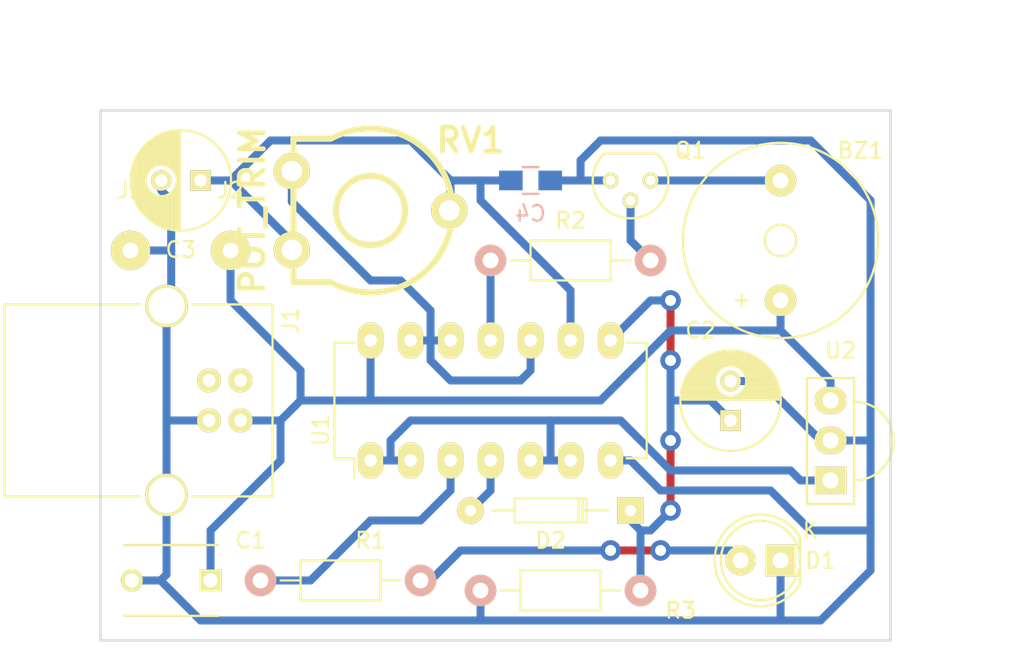
<source format=kicad_pcb>
(kicad_pcb (version 4) (host pcbnew 4.0.7-e2-6376~58~ubuntu16.04.1)

  (general
    (links 37)
    (no_connects 0)
    (area 32.944999 22.149999 83.260001 55.955001)
    (thickness 1.6)
    (drawings 6)
    (tracks 132)
    (zones 0)
    (modules 17)
    (nets 15)
  )

  (page A4)
  (layers
    (0 F.Cu signal)
    (31 B.Cu signal)
    (32 B.Adhes user)
    (33 F.Adhes user)
    (34 B.Paste user)
    (35 F.Paste user)
    (36 B.SilkS user)
    (37 F.SilkS user)
    (38 B.Mask user)
    (39 F.Mask user)
    (40 Dwgs.User user)
    (41 Cmts.User user)
    (42 Eco1.User user)
    (43 Eco2.User user)
    (44 Edge.Cuts user)
    (45 Margin user)
    (46 B.CrtYd user)
    (47 F.CrtYd user)
    (48 B.Fab user)
    (49 F.Fab user)
  )

  (setup
    (last_trace_width 0.508)
    (trace_clearance 0.254)
    (zone_clearance 0.508)
    (zone_45_only no)
    (trace_min 0.2)
    (segment_width 0.2)
    (edge_width 0.15)
    (via_size 1.3)
    (via_drill 0.7)
    (via_min_size 0.4)
    (via_min_drill 0.3)
    (uvia_size 0.3)
    (uvia_drill 0.1)
    (uvias_allowed no)
    (uvia_min_size 0)
    (uvia_min_drill 0)
    (pcb_text_width 0.3)
    (pcb_text_size 1.5 1.5)
    (mod_edge_width 0.15)
    (mod_text_size 1 1)
    (mod_text_width 0.15)
    (pad_size 1.524 1.524)
    (pad_drill 0.762)
    (pad_to_mask_clearance 0.2)
    (aux_axis_origin 0 0)
    (visible_elements FFFEFF7F)
    (pcbplotparams
      (layerselection 0x00030_80000001)
      (usegerberextensions false)
      (excludeedgelayer true)
      (linewidth 0.100000)
      (plotframeref false)
      (viasonmask false)
      (mode 1)
      (useauxorigin false)
      (hpglpennumber 1)
      (hpglpenspeed 20)
      (hpglpendiameter 15)
      (hpglpenoverlay 2)
      (psnegative false)
      (psa4output false)
      (plotreference true)
      (plotvalue true)
      (plotinvisibletext false)
      (padsonsilk false)
      (subtractmaskfromsilk false)
      (outputformat 1)
      (mirror false)
      (drillshape 1)
      (scaleselection 1)
      (outputdirectory ""))
  )

  (net 0 "")
  (net 1 "Net-(Q1-Pad2)")
  (net 2 GND)
  (net 3 "Net-(BZ1-Pad2)")
  (net 4 +5V)
  (net 5 "Net-(C2-Pad1)")
  (net 6 "Net-(C3-Pad1)")
  (net 7 "Net-(D1-Pad2)")
  (net 8 "Net-(D2-Pad2)")
  (net 9 "Net-(J1-Pad2)")
  (net 10 "Net-(J1-Pad3)")
  (net 11 "Net-(R1-Pad2)")
  (net 12 "Net-(R2-Pad2)")
  (net 13 "Net-(RV1-Pad1)")
  (net 14 "Net-(U1-Pad1)")

  (net_class Default "Esta es la clase de red por defecto."
    (clearance 0.254)
    (trace_width 0.508)
    (via_dia 1.3)
    (via_drill 0.7)
    (uvia_dia 0.3)
    (uvia_drill 0.1)
    (add_net +5V)
    (add_net GND)
    (add_net "Net-(BZ1-Pad2)")
    (add_net "Net-(C2-Pad1)")
    (add_net "Net-(C3-Pad1)")
    (add_net "Net-(D1-Pad2)")
    (add_net "Net-(D2-Pad2)")
    (add_net "Net-(J1-Pad2)")
    (add_net "Net-(J1-Pad3)")
    (add_net "Net-(Q1-Pad2)")
    (add_net "Net-(R1-Pad2)")
    (add_net "Net-(R2-Pad2)")
    (add_net "Net-(RV1-Pad1)")
    (add_net "Net-(U1-Pad1)")
  )

  (module TO_SOT_Packages_THT:TO-92_Molded_Narrow (layer F.Cu) (tedit 5AF71FAE) (tstamp 5AF39AF2)
    (at 67.945 26.67 180)
    (descr "TO-92 leads molded, narrow, drill 0.6mm (see NXP sot054_po.pdf)")
    (tags "to-92 sc-43 sc-43a sot54 PA33 transistor")
    (path /5AEDF013)
    (fp_text reference Q1 (at -2.54 1.905 180) (layer F.SilkS)
      (effects (font (size 1 1) (thickness 0.15)))
    )
    (fp_text value BC548 (at 0 3 180) (layer F.Fab)
      (effects (font (size 1 1) (thickness 0.15)))
    )
    (fp_line (start -1.4 1.95) (end -1.4 -2.65) (layer F.CrtYd) (width 0.05))
    (fp_line (start -1.4 1.95) (end 3.9 1.95) (layer F.CrtYd) (width 0.05))
    (fp_line (start -0.43 1.7) (end 2.97 1.7) (layer F.SilkS) (width 0.15))
    (fp_arc (start 1.27 0) (end 1.27 -2.4) (angle -135) (layer F.SilkS) (width 0.15))
    (fp_arc (start 1.27 0) (end 1.27 -2.4) (angle 135) (layer F.SilkS) (width 0.15))
    (fp_line (start -1.4 -2.65) (end 3.9 -2.65) (layer F.CrtYd) (width 0.05))
    (fp_line (start 3.9 1.95) (end 3.9 -2.65) (layer F.CrtYd) (width 0.05))
    (pad 2 thru_hole circle (at 1.27 -1.27 270) (size 1.00076 1.00076) (drill 0.6) (layers *.Cu *.Mask F.SilkS)
      (net 1 "Net-(Q1-Pad2)"))
    (pad 3 thru_hole circle (at 2.54 0 270) (size 1.00076 1.00076) (drill 0.6) (layers *.Cu *.Mask F.SilkS)
      (net 2 GND))
    (pad 1 thru_hole circle (at 0 0 270) (size 1.00076 1.00076) (drill 0.6) (layers *.Cu *.Mask F.SilkS)
      (net 3 "Net-(BZ1-Pad2)"))
    (model TO_SOT_Packages_THT.3dshapes/TO-92_Molded_Narrow.wrl
      (at (xyz 0.05 0 0))
      (scale (xyz 1 1 1))
      (rotate (xyz 0 0 -90))
    )
  )

  (module Buzzers_Beepers:Buzzer_12x9.5RM7.6 (layer F.Cu) (tedit 5AF71FB2) (tstamp 5AF39B7A)
    (at 76.2 30.48 90)
    (descr "Generic Buzzer, D12mm height 9.5mm with RM7.6mm")
    (tags buzzer)
    (path /5AF39DA6)
    (fp_text reference BZ1 (at 5.715 5.08 180) (layer F.SilkS)
      (effects (font (size 1 1) (thickness 0.15)))
    )
    (fp_text value Buzzer (at -1.00076 8.001 90) (layer F.Fab)
      (effects (font (size 1 1) (thickness 0.15)))
    )
    (fp_circle (center 0 0) (end 1.00076 0) (layer F.SilkS) (width 0.15))
    (fp_text user + (at -3.81 -2.54 90) (layer F.SilkS)
      (effects (font (size 1 1) (thickness 0.15)))
    )
    (fp_circle (center 0 0) (end 6.20014 0) (layer F.SilkS) (width 0.15))
    (pad 1 thru_hole circle (at -3.79984 0 90) (size 2 2) (drill 1.00076) (layers *.Cu *.Mask F.SilkS)
      (net 4 +5V))
    (pad 2 thru_hole circle (at 3.79984 0 90) (size 2 2) (drill 1.00076) (layers *.Cu *.Mask F.SilkS)
      (net 3 "Net-(BZ1-Pad2)"))
    (model Buzzers_Beepers.3dshapes/Buzzer_12x9.5RM7.6.wrl
      (at (xyz 0 0 0))
      (scale (xyz 4 4 4))
      (rotate (xyz 0 0 0))
    )
  )

  (module Capacitors_ThroughHole:C_Disc_D6_P5 (layer F.Cu) (tedit 5AF71FDA) (tstamp 5AF39B80)
    (at 40.005 52.07 180)
    (descr "Capacitor 6mm Disc, Pitch 5mm")
    (tags Capacitor)
    (path /5AEE2708)
    (fp_text reference C1 (at -2.54 2.54 180) (layer F.SilkS)
      (effects (font (size 1 1) (thickness 0.15)))
    )
    (fp_text value 100nf (at 2.5 3.5 180) (layer F.Fab)
      (effects (font (size 1 1) (thickness 0.15)))
    )
    (fp_line (start -0.95 -2.5) (end 5.95 -2.5) (layer F.CrtYd) (width 0.05))
    (fp_line (start 5.95 -2.5) (end 5.95 2.5) (layer F.CrtYd) (width 0.05))
    (fp_line (start 5.95 2.5) (end -0.95 2.5) (layer F.CrtYd) (width 0.05))
    (fp_line (start -0.95 2.5) (end -0.95 -2.5) (layer F.CrtYd) (width 0.05))
    (fp_line (start -0.5 -2.25) (end 5.5 -2.25) (layer F.SilkS) (width 0.15))
    (fp_line (start 5.5 2.25) (end -0.5 2.25) (layer F.SilkS) (width 0.15))
    (pad 1 thru_hole rect (at 0 0 180) (size 1.4 1.4) (drill 0.9) (layers *.Cu *.Mask F.SilkS)
      (net 4 +5V))
    (pad 2 thru_hole circle (at 5 0 180) (size 1.4 1.4) (drill 0.9) (layers *.Cu *.Mask F.SilkS)
      (net 2 GND))
    (model Capacitors_ThroughHole.3dshapes/C_Disc_D6_P5.wrl
      (at (xyz 0.0984252 0 0))
      (scale (xyz 1 1 1))
      (rotate (xyz 0 0 0))
    )
  )

  (module Capacitors_ThroughHole:C_Radial_D6.3_L11.2_P2.5 (layer F.Cu) (tedit 5AF7219A) (tstamp 5AF39B86)
    (at 73.025 41.91 90)
    (descr "Radial Electrolytic Capacitor, Diameter 6.3mm x Length 11.2mm, Pitch 2.5mm")
    (tags "Electrolytic Capacitor")
    (path /5786F71C)
    (fp_text reference C2 (at 5.715 -1.905 180) (layer F.SilkS)
      (effects (font (size 1 1) (thickness 0.15)))
    )
    (fp_text value "10 uF" (at 1.25 4.4 90) (layer F.Fab)
      (effects (font (size 1 1) (thickness 0.15)))
    )
    (fp_line (start 1.325 -3.149) (end 1.325 3.149) (layer F.SilkS) (width 0.15))
    (fp_line (start 1.465 -3.143) (end 1.465 3.143) (layer F.SilkS) (width 0.15))
    (fp_line (start 1.605 -3.13) (end 1.605 -0.446) (layer F.SilkS) (width 0.15))
    (fp_line (start 1.605 0.446) (end 1.605 3.13) (layer F.SilkS) (width 0.15))
    (fp_line (start 1.745 -3.111) (end 1.745 -0.656) (layer F.SilkS) (width 0.15))
    (fp_line (start 1.745 0.656) (end 1.745 3.111) (layer F.SilkS) (width 0.15))
    (fp_line (start 1.885 -3.085) (end 1.885 -0.789) (layer F.SilkS) (width 0.15))
    (fp_line (start 1.885 0.789) (end 1.885 3.085) (layer F.SilkS) (width 0.15))
    (fp_line (start 2.025 -3.053) (end 2.025 -0.88) (layer F.SilkS) (width 0.15))
    (fp_line (start 2.025 0.88) (end 2.025 3.053) (layer F.SilkS) (width 0.15))
    (fp_line (start 2.165 -3.014) (end 2.165 -0.942) (layer F.SilkS) (width 0.15))
    (fp_line (start 2.165 0.942) (end 2.165 3.014) (layer F.SilkS) (width 0.15))
    (fp_line (start 2.305 -2.968) (end 2.305 -0.981) (layer F.SilkS) (width 0.15))
    (fp_line (start 2.305 0.981) (end 2.305 2.968) (layer F.SilkS) (width 0.15))
    (fp_line (start 2.445 -2.915) (end 2.445 -0.998) (layer F.SilkS) (width 0.15))
    (fp_line (start 2.445 0.998) (end 2.445 2.915) (layer F.SilkS) (width 0.15))
    (fp_line (start 2.585 -2.853) (end 2.585 -0.996) (layer F.SilkS) (width 0.15))
    (fp_line (start 2.585 0.996) (end 2.585 2.853) (layer F.SilkS) (width 0.15))
    (fp_line (start 2.725 -2.783) (end 2.725 -0.974) (layer F.SilkS) (width 0.15))
    (fp_line (start 2.725 0.974) (end 2.725 2.783) (layer F.SilkS) (width 0.15))
    (fp_line (start 2.865 -2.704) (end 2.865 -0.931) (layer F.SilkS) (width 0.15))
    (fp_line (start 2.865 0.931) (end 2.865 2.704) (layer F.SilkS) (width 0.15))
    (fp_line (start 3.005 -2.616) (end 3.005 -0.863) (layer F.SilkS) (width 0.15))
    (fp_line (start 3.005 0.863) (end 3.005 2.616) (layer F.SilkS) (width 0.15))
    (fp_line (start 3.145 -2.516) (end 3.145 -0.764) (layer F.SilkS) (width 0.15))
    (fp_line (start 3.145 0.764) (end 3.145 2.516) (layer F.SilkS) (width 0.15))
    (fp_line (start 3.285 -2.404) (end 3.285 -0.619) (layer F.SilkS) (width 0.15))
    (fp_line (start 3.285 0.619) (end 3.285 2.404) (layer F.SilkS) (width 0.15))
    (fp_line (start 3.425 -2.279) (end 3.425 -0.38) (layer F.SilkS) (width 0.15))
    (fp_line (start 3.425 0.38) (end 3.425 2.279) (layer F.SilkS) (width 0.15))
    (fp_line (start 3.565 -2.136) (end 3.565 2.136) (layer F.SilkS) (width 0.15))
    (fp_line (start 3.705 -1.974) (end 3.705 1.974) (layer F.SilkS) (width 0.15))
    (fp_line (start 3.845 -1.786) (end 3.845 1.786) (layer F.SilkS) (width 0.15))
    (fp_line (start 3.985 -1.563) (end 3.985 1.563) (layer F.SilkS) (width 0.15))
    (fp_line (start 4.125 -1.287) (end 4.125 1.287) (layer F.SilkS) (width 0.15))
    (fp_line (start 4.265 -0.912) (end 4.265 0.912) (layer F.SilkS) (width 0.15))
    (fp_circle (center 2.5 0) (end 2.5 -1) (layer F.SilkS) (width 0.15))
    (fp_circle (center 1.25 0) (end 1.25 -3.1875) (layer F.SilkS) (width 0.15))
    (fp_circle (center 1.25 0) (end 1.25 -3.4) (layer F.CrtYd) (width 0.05))
    (pad 2 thru_hole circle (at 2.5 0 90) (size 1.3 1.3) (drill 0.8) (layers *.Cu *.Mask F.SilkS)
      (net 2 GND))
    (pad 1 thru_hole rect (at 0 0 90) (size 1.3 1.3) (drill 0.8) (layers *.Cu *.Mask F.SilkS)
      (net 5 "Net-(C2-Pad1)"))
    (model Capacitors_ThroughHole.3dshapes/C_Radial_D6.3_L11.2_P2.5.wrl
      (at (xyz 0 0 0))
      (scale (xyz 1 1 1))
      (rotate (xyz 0 0 0))
    )
  )

  (module Capacitors_ThroughHole:C_Radial_D6.3_L11.2_P2.5 (layer F.Cu) (tedit 0) (tstamp 5AF39B8C)
    (at 39.37 26.67 180)
    (descr "Radial Electrolytic Capacitor, Diameter 6.3mm x Length 11.2mm, Pitch 2.5mm")
    (tags "Electrolytic Capacitor")
    (path /5AEE09FA)
    (fp_text reference C3 (at 1.25 -4.4 180) (layer F.SilkS)
      (effects (font (size 1 1) (thickness 0.15)))
    )
    (fp_text value "1 uF" (at 1.25 4.4 180) (layer F.Fab)
      (effects (font (size 1 1) (thickness 0.15)))
    )
    (fp_line (start 1.325 -3.149) (end 1.325 3.149) (layer F.SilkS) (width 0.15))
    (fp_line (start 1.465 -3.143) (end 1.465 3.143) (layer F.SilkS) (width 0.15))
    (fp_line (start 1.605 -3.13) (end 1.605 -0.446) (layer F.SilkS) (width 0.15))
    (fp_line (start 1.605 0.446) (end 1.605 3.13) (layer F.SilkS) (width 0.15))
    (fp_line (start 1.745 -3.111) (end 1.745 -0.656) (layer F.SilkS) (width 0.15))
    (fp_line (start 1.745 0.656) (end 1.745 3.111) (layer F.SilkS) (width 0.15))
    (fp_line (start 1.885 -3.085) (end 1.885 -0.789) (layer F.SilkS) (width 0.15))
    (fp_line (start 1.885 0.789) (end 1.885 3.085) (layer F.SilkS) (width 0.15))
    (fp_line (start 2.025 -3.053) (end 2.025 -0.88) (layer F.SilkS) (width 0.15))
    (fp_line (start 2.025 0.88) (end 2.025 3.053) (layer F.SilkS) (width 0.15))
    (fp_line (start 2.165 -3.014) (end 2.165 -0.942) (layer F.SilkS) (width 0.15))
    (fp_line (start 2.165 0.942) (end 2.165 3.014) (layer F.SilkS) (width 0.15))
    (fp_line (start 2.305 -2.968) (end 2.305 -0.981) (layer F.SilkS) (width 0.15))
    (fp_line (start 2.305 0.981) (end 2.305 2.968) (layer F.SilkS) (width 0.15))
    (fp_line (start 2.445 -2.915) (end 2.445 -0.998) (layer F.SilkS) (width 0.15))
    (fp_line (start 2.445 0.998) (end 2.445 2.915) (layer F.SilkS) (width 0.15))
    (fp_line (start 2.585 -2.853) (end 2.585 -0.996) (layer F.SilkS) (width 0.15))
    (fp_line (start 2.585 0.996) (end 2.585 2.853) (layer F.SilkS) (width 0.15))
    (fp_line (start 2.725 -2.783) (end 2.725 -0.974) (layer F.SilkS) (width 0.15))
    (fp_line (start 2.725 0.974) (end 2.725 2.783) (layer F.SilkS) (width 0.15))
    (fp_line (start 2.865 -2.704) (end 2.865 -0.931) (layer F.SilkS) (width 0.15))
    (fp_line (start 2.865 0.931) (end 2.865 2.704) (layer F.SilkS) (width 0.15))
    (fp_line (start 3.005 -2.616) (end 3.005 -0.863) (layer F.SilkS) (width 0.15))
    (fp_line (start 3.005 0.863) (end 3.005 2.616) (layer F.SilkS) (width 0.15))
    (fp_line (start 3.145 -2.516) (end 3.145 -0.764) (layer F.SilkS) (width 0.15))
    (fp_line (start 3.145 0.764) (end 3.145 2.516) (layer F.SilkS) (width 0.15))
    (fp_line (start 3.285 -2.404) (end 3.285 -0.619) (layer F.SilkS) (width 0.15))
    (fp_line (start 3.285 0.619) (end 3.285 2.404) (layer F.SilkS) (width 0.15))
    (fp_line (start 3.425 -2.279) (end 3.425 -0.38) (layer F.SilkS) (width 0.15))
    (fp_line (start 3.425 0.38) (end 3.425 2.279) (layer F.SilkS) (width 0.15))
    (fp_line (start 3.565 -2.136) (end 3.565 2.136) (layer F.SilkS) (width 0.15))
    (fp_line (start 3.705 -1.974) (end 3.705 1.974) (layer F.SilkS) (width 0.15))
    (fp_line (start 3.845 -1.786) (end 3.845 1.786) (layer F.SilkS) (width 0.15))
    (fp_line (start 3.985 -1.563) (end 3.985 1.563) (layer F.SilkS) (width 0.15))
    (fp_line (start 4.125 -1.287) (end 4.125 1.287) (layer F.SilkS) (width 0.15))
    (fp_line (start 4.265 -0.912) (end 4.265 0.912) (layer F.SilkS) (width 0.15))
    (fp_circle (center 2.5 0) (end 2.5 -1) (layer F.SilkS) (width 0.15))
    (fp_circle (center 1.25 0) (end 1.25 -3.1875) (layer F.SilkS) (width 0.15))
    (fp_circle (center 1.25 0) (end 1.25 -3.4) (layer F.CrtYd) (width 0.05))
    (pad 2 thru_hole circle (at 2.5 0 180) (size 1.3 1.3) (drill 0.8) (layers *.Cu *.Mask F.SilkS)
      (net 2 GND))
    (pad 1 thru_hole rect (at 0 0 180) (size 1.3 1.3) (drill 0.8) (layers *.Cu *.Mask F.SilkS)
      (net 6 "Net-(C3-Pad1)"))
    (model Capacitors_ThroughHole.3dshapes/C_Radial_D6.3_L11.2_P2.5.wrl
      (at (xyz 0 0 0))
      (scale (xyz 1 1 1))
      (rotate (xyz 0 0 0))
    )
  )

  (module Capacitors_SMD:C_0805_HandSoldering (layer B.Cu) (tedit 541A9B8D) (tstamp 5AF39B92)
    (at 60.325 26.67)
    (descr "Capacitor SMD 0805, hand soldering")
    (tags "capacitor 0805")
    (path /5AEE16D3)
    (attr smd)
    (fp_text reference C4 (at 0 2.1) (layer B.SilkS)
      (effects (font (size 1 1) (thickness 0.15)) (justify mirror))
    )
    (fp_text value 100nf (at 0 -2.1) (layer B.Fab)
      (effects (font (size 1 1) (thickness 0.15)) (justify mirror))
    )
    (fp_line (start -2.3 1) (end 2.3 1) (layer B.CrtYd) (width 0.05))
    (fp_line (start -2.3 -1) (end 2.3 -1) (layer B.CrtYd) (width 0.05))
    (fp_line (start -2.3 1) (end -2.3 -1) (layer B.CrtYd) (width 0.05))
    (fp_line (start 2.3 1) (end 2.3 -1) (layer B.CrtYd) (width 0.05))
    (fp_line (start 0.5 0.85) (end -0.5 0.85) (layer B.SilkS) (width 0.15))
    (fp_line (start -0.5 -0.85) (end 0.5 -0.85) (layer B.SilkS) (width 0.15))
    (pad 1 smd rect (at -1.25 0) (size 1.5 1.25) (layers B.Cu B.Paste B.Mask)
      (net 6 "Net-(C3-Pad1)"))
    (pad 2 smd rect (at 1.25 0) (size 1.5 1.25) (layers B.Cu B.Paste B.Mask)
      (net 2 GND))
    (model Capacitors_SMD.3dshapes/C_0805_HandSoldering.wrl
      (at (xyz 0 0 0))
      (scale (xyz 1 1 1))
      (rotate (xyz 0 0 0))
    )
  )

  (module LEDs:LED-5MM (layer F.Cu) (tedit 5AF71FC2) (tstamp 5AF39B98)
    (at 76.2 50.8 180)
    (descr "LED 5mm round vertical")
    (tags "LED 5mm round vertical")
    (path /5786F2E2)
    (fp_text reference D1 (at -2.54 0 180) (layer F.SilkS)
      (effects (font (size 1 1) (thickness 0.15)))
    )
    (fp_text value LED (at 1.524 -3.937 180) (layer F.Fab)
      (effects (font (size 1 1) (thickness 0.15)))
    )
    (fp_line (start -1.5 -1.55) (end -1.5 1.55) (layer F.CrtYd) (width 0.05))
    (fp_arc (start 1.3 0) (end -1.5 1.55) (angle -302) (layer F.CrtYd) (width 0.05))
    (fp_arc (start 1.27 0) (end -1.23 -1.5) (angle 297.5) (layer F.SilkS) (width 0.15))
    (fp_line (start -1.23 1.5) (end -1.23 -1.5) (layer F.SilkS) (width 0.15))
    (fp_circle (center 1.27 0) (end 0.97 -2.5) (layer F.SilkS) (width 0.15))
    (fp_text user K (at -1.905 1.905 180) (layer F.SilkS)
      (effects (font (size 1 1) (thickness 0.15)))
    )
    (pad 1 thru_hole rect (at 0 0 270) (size 2 1.9) (drill 1.00076) (layers *.Cu *.Mask F.SilkS)
      (net 2 GND))
    (pad 2 thru_hole circle (at 2.54 0 180) (size 1.9 1.9) (drill 1.00076) (layers *.Cu *.Mask F.SilkS)
      (net 7 "Net-(D1-Pad2)"))
    (model LEDs.3dshapes/LED-5MM.wrl
      (at (xyz 0.05 0 0))
      (scale (xyz 1 1 1))
      (rotate (xyz 0 0 90))
    )
  )

  (module Diodes_ThroughHole:Diode_DO-35_SOD27_Horizontal_RM10 (layer F.Cu) (tedit 5AF71FD4) (tstamp 5AF39B9E)
    (at 66.675 47.625 180)
    (descr "Diode, DO-35,  SOD27, Horizontal, RM 10mm")
    (tags "Diode, DO-35, SOD27, Horizontal, RM 10mm, 1N4148,")
    (path /5786F66B)
    (fp_text reference D2 (at 5.08 -1.905 180) (layer F.SilkS)
      (effects (font (size 1 1) (thickness 0.15)))
    )
    (fp_text value 1N4148 (at 4.1275 -1.905 180) (layer F.Fab)
      (effects (font (size 1 1) (thickness 0.15)))
    )
    (fp_line (start 7.36652 -0.00254) (end 8.76352 -0.00254) (layer F.SilkS) (width 0.15))
    (fp_line (start 2.92152 -0.00254) (end 1.39752 -0.00254) (layer F.SilkS) (width 0.15))
    (fp_line (start 3.30252 -0.76454) (end 3.30252 0.75946) (layer F.SilkS) (width 0.15))
    (fp_line (start 3.04852 -0.76454) (end 3.04852 0.75946) (layer F.SilkS) (width 0.15))
    (fp_line (start 2.79452 -0.00254) (end 2.79452 0.75946) (layer F.SilkS) (width 0.15))
    (fp_line (start 2.79452 0.75946) (end 7.36652 0.75946) (layer F.SilkS) (width 0.15))
    (fp_line (start 7.36652 0.75946) (end 7.36652 -0.76454) (layer F.SilkS) (width 0.15))
    (fp_line (start 7.36652 -0.76454) (end 2.79452 -0.76454) (layer F.SilkS) (width 0.15))
    (fp_line (start 2.79452 -0.76454) (end 2.79452 -0.00254) (layer F.SilkS) (width 0.15))
    (pad 2 thru_hole circle (at 10.16052 -0.00254) (size 1.69926 1.69926) (drill 0.70104) (layers *.Cu *.Mask F.SilkS)
      (net 8 "Net-(D2-Pad2)"))
    (pad 1 thru_hole rect (at 0.00052 -0.00254) (size 1.69926 1.69926) (drill 0.70104) (layers *.Cu *.Mask F.SilkS)
      (net 5 "Net-(C2-Pad1)"))
    (model Diodes_ThroughHole.3dshapes/Diode_DO-35_SOD27_Horizontal_RM10.wrl
      (at (xyz 0.2 0 0))
      (scale (xyz 0.4 0.4 0.4))
      (rotate (xyz 0 0 180))
    )
  )

  (module Connect:USB_B (layer F.Cu) (tedit 5AF71FE1) (tstamp 5AF39BA8)
    (at 41.91 41.91 180)
    (descr "USB B connector")
    (tags "USB_B USB_DEV")
    (path /5AF38D36)
    (fp_text reference J1 (at -3.175 6.35 270) (layer F.SilkS)
      (effects (font (size 1 1) (thickness 0.15)))
    )
    (fp_text value USB_B (at 4.699 1.27 270) (layer F.Fab)
      (effects (font (size 1 1) (thickness 0.15)))
    )
    (fp_line (start 15.25 8.9) (end -2.3 8.9) (layer F.CrtYd) (width 0.05))
    (fp_line (start -2.3 8.9) (end -2.3 -6.35) (layer F.CrtYd) (width 0.05))
    (fp_line (start -2.3 -6.35) (end 15.25 -6.35) (layer F.CrtYd) (width 0.05))
    (fp_line (start 15.25 -6.35) (end 15.25 8.9) (layer F.CrtYd) (width 0.05))
    (fp_line (start 6.35 7.366) (end 14.986 7.366) (layer F.SilkS) (width 0.15))
    (fp_line (start -2.032 7.366) (end 3.048 7.366) (layer F.SilkS) (width 0.15))
    (fp_line (start 6.35 -4.826) (end 14.986 -4.826) (layer F.SilkS) (width 0.15))
    (fp_line (start -2.032 -4.826) (end 3.048 -4.826) (layer F.SilkS) (width 0.15))
    (fp_line (start 14.986 -4.826) (end 14.986 7.366) (layer F.SilkS) (width 0.15))
    (fp_line (start -2.032 7.366) (end -2.032 -4.826) (layer F.SilkS) (width 0.15))
    (pad 2 thru_hole circle (at 0 2.54 90) (size 1.524 1.524) (drill 0.8128) (layers *.Cu *.Mask F.SilkS)
      (net 9 "Net-(J1-Pad2)"))
    (pad 1 thru_hole circle (at 0 0 90) (size 1.524 1.524) (drill 0.8128) (layers *.Cu *.Mask F.SilkS)
      (net 4 +5V))
    (pad 4 thru_hole circle (at 1.99898 0 90) (size 1.524 1.524) (drill 0.8128) (layers *.Cu *.Mask F.SilkS)
      (net 2 GND))
    (pad 3 thru_hole circle (at 1.99898 2.54 90) (size 1.524 1.524) (drill 0.8128) (layers *.Cu *.Mask F.SilkS)
      (net 10 "Net-(J1-Pad3)"))
    (pad 5 thru_hole circle (at 4.699 7.26948 90) (size 2.70002 2.70002) (drill 2.30124) (layers *.Cu *.Mask F.SilkS)
      (net 2 GND))
    (pad 5 thru_hole circle (at 4.699 -4.72948 90) (size 2.70002 2.70002) (drill 2.30124) (layers *.Cu *.Mask F.SilkS)
      (net 2 GND))
    (model Connect.3dshapes/USB_B.wrl
      (at (xyz 0.185 -0.05 0.001))
      (scale (xyz 0.3937 0.3937 0.3937))
      (rotate (xyz 0 0 -90))
    )
  )

  (module Resistors_ThroughHole:Resistor_Horizontal_RM10mm (layer F.Cu) (tedit 5AF71FD7) (tstamp 5AF39BAE)
    (at 53.34 52.07 180)
    (descr "Resistor, Axial,  RM 10mm, 1/3W")
    (tags "Resistor Axial RM 10mm 1/3W")
    (path /5786F27B)
    (fp_text reference R1 (at 3.175 2.54 180) (layer F.SilkS)
      (effects (font (size 1 1) (thickness 0.15)))
    )
    (fp_text value 1K (at 5.08 3.81 180) (layer F.Fab)
      (effects (font (size 1 1) (thickness 0.15)))
    )
    (fp_line (start -1.25 -1.5) (end 11.4 -1.5) (layer F.CrtYd) (width 0.05))
    (fp_line (start -1.25 1.5) (end -1.25 -1.5) (layer F.CrtYd) (width 0.05))
    (fp_line (start 11.4 -1.5) (end 11.4 1.5) (layer F.CrtYd) (width 0.05))
    (fp_line (start -1.25 1.5) (end 11.4 1.5) (layer F.CrtYd) (width 0.05))
    (fp_line (start 2.54 -1.27) (end 7.62 -1.27) (layer F.SilkS) (width 0.15))
    (fp_line (start 7.62 -1.27) (end 7.62 1.27) (layer F.SilkS) (width 0.15))
    (fp_line (start 7.62 1.27) (end 2.54 1.27) (layer F.SilkS) (width 0.15))
    (fp_line (start 2.54 1.27) (end 2.54 -1.27) (layer F.SilkS) (width 0.15))
    (fp_line (start 2.54 0) (end 1.27 0) (layer F.SilkS) (width 0.15))
    (fp_line (start 7.62 0) (end 8.89 0) (layer F.SilkS) (width 0.15))
    (pad 1 thru_hole circle (at 0 0 180) (size 1.99898 1.99898) (drill 1.00076) (layers *.Cu *.SilkS *.Mask)
      (net 7 "Net-(D1-Pad2)"))
    (pad 2 thru_hole circle (at 10.16 0 180) (size 1.99898 1.99898) (drill 1.00076) (layers *.Cu *.SilkS *.Mask)
      (net 11 "Net-(R1-Pad2)"))
    (model Resistors_ThroughHole.3dshapes/Resistor_Horizontal_RM10mm.wrl
      (at (xyz 0.2 0 0))
      (scale (xyz 0.4 0.4 0.4))
      (rotate (xyz 0 0 0))
    )
  )

  (module Resistors_ThroughHole:Resistor_Horizontal_RM10mm (layer F.Cu) (tedit 5AF71FA5) (tstamp 5AF39BB4)
    (at 67.945 31.75 180)
    (descr "Resistor, Axial,  RM 10mm, 1/3W")
    (tags "Resistor Axial RM 10mm 1/3W")
    (path /5AEDF474)
    (fp_text reference R2 (at 5.08 2.54 360) (layer F.SilkS)
      (effects (font (size 1 1) (thickness 0.15)))
    )
    (fp_text value 1k (at 5.08 3.81 180) (layer F.Fab)
      (effects (font (size 1 1) (thickness 0.15)))
    )
    (fp_line (start -1.25 -1.5) (end 11.4 -1.5) (layer F.CrtYd) (width 0.05))
    (fp_line (start -1.25 1.5) (end -1.25 -1.5) (layer F.CrtYd) (width 0.05))
    (fp_line (start 11.4 -1.5) (end 11.4 1.5) (layer F.CrtYd) (width 0.05))
    (fp_line (start -1.25 1.5) (end 11.4 1.5) (layer F.CrtYd) (width 0.05))
    (fp_line (start 2.54 -1.27) (end 7.62 -1.27) (layer F.SilkS) (width 0.15))
    (fp_line (start 7.62 -1.27) (end 7.62 1.27) (layer F.SilkS) (width 0.15))
    (fp_line (start 7.62 1.27) (end 2.54 1.27) (layer F.SilkS) (width 0.15))
    (fp_line (start 2.54 1.27) (end 2.54 -1.27) (layer F.SilkS) (width 0.15))
    (fp_line (start 2.54 0) (end 1.27 0) (layer F.SilkS) (width 0.15))
    (fp_line (start 7.62 0) (end 8.89 0) (layer F.SilkS) (width 0.15))
    (pad 1 thru_hole circle (at 0 0 180) (size 1.99898 1.99898) (drill 1.00076) (layers *.Cu *.SilkS *.Mask)
      (net 1 "Net-(Q1-Pad2)"))
    (pad 2 thru_hole circle (at 10.16 0 180) (size 1.99898 1.99898) (drill 1.00076) (layers *.Cu *.SilkS *.Mask)
      (net 12 "Net-(R2-Pad2)"))
    (model Resistors_ThroughHole.3dshapes/Resistor_Horizontal_RM10mm.wrl
      (at (xyz 0.2 0 0))
      (scale (xyz 0.4 0.4 0.4))
      (rotate (xyz 0 0 0))
    )
  )

  (module Resistors_ThroughHole:Resistor_Horizontal_RM10mm (layer F.Cu) (tedit 5AF71FC8) (tstamp 5AF39BBA)
    (at 67.31 52.705 180)
    (descr "Resistor, Axial,  RM 10mm, 1/3W")
    (tags "Resistor Axial RM 10mm 1/3W")
    (path /5786F77B)
    (fp_text reference R3 (at -2.54 -1.27 180) (layer F.SilkS)
      (effects (font (size 1 1) (thickness 0.15)))
    )
    (fp_text value 4K7 (at 0.635 -2.8575 180) (layer F.Fab)
      (effects (font (size 1 1) (thickness 0.15)))
    )
    (fp_line (start -1.25 -1.5) (end 11.4 -1.5) (layer F.CrtYd) (width 0.05))
    (fp_line (start -1.25 1.5) (end -1.25 -1.5) (layer F.CrtYd) (width 0.05))
    (fp_line (start 11.4 -1.5) (end 11.4 1.5) (layer F.CrtYd) (width 0.05))
    (fp_line (start -1.25 1.5) (end 11.4 1.5) (layer F.CrtYd) (width 0.05))
    (fp_line (start 2.54 -1.27) (end 7.62 -1.27) (layer F.SilkS) (width 0.15))
    (fp_line (start 7.62 -1.27) (end 7.62 1.27) (layer F.SilkS) (width 0.15))
    (fp_line (start 7.62 1.27) (end 2.54 1.27) (layer F.SilkS) (width 0.15))
    (fp_line (start 2.54 1.27) (end 2.54 -1.27) (layer F.SilkS) (width 0.15))
    (fp_line (start 2.54 0) (end 1.27 0) (layer F.SilkS) (width 0.15))
    (fp_line (start 7.62 0) (end 8.89 0) (layer F.SilkS) (width 0.15))
    (pad 1 thru_hole circle (at 0 0 180) (size 1.99898 1.99898) (drill 1.00076) (layers *.Cu *.SilkS *.Mask)
      (net 5 "Net-(C2-Pad1)"))
    (pad 2 thru_hole circle (at 10.16 0 180) (size 1.99898 1.99898) (drill 1.00076) (layers *.Cu *.SilkS *.Mask)
      (net 2 GND))
    (model Resistors_ThroughHole.3dshapes/Resistor_Horizontal_RM10mm.wrl
      (at (xyz 0.2 0 0))
      (scale (xyz 0.4 0.4 0.4))
      (rotate (xyz 0 0 0))
    )
  )

  (module smisioto_w_pth_resistors:trimmer_piher_pt10xv10 (layer F.Cu) (tedit 5AF71F9A) (tstamp 5AF39BC2)
    (at 50.165 28.575 90)
    (descr "trimmer, Piher PT10-xV10")
    (tags trimmer)
    (path /5AF394E8)
    (fp_text reference RV1 (at 4.445 6.35 180) (layer F.SilkS)
      (effects (font (thickness 0.3048)))
    )
    (fp_text value POT_TRIM (at 0 -7.5 90) (layer F.SilkS)
      (effects (font (thickness 0.3048)))
    )
    (fp_line (start -4.55 -4.9) (end -4.55 -2.55) (layer F.SilkS) (width 0.381))
    (fp_line (start 4.55 -2.55) (end 4.55 -4.9) (layer F.SilkS) (width 0.381))
    (fp_line (start 4.55 -4.9) (end -4.55 -4.9) (layer F.SilkS) (width 0.381))
    (fp_arc (start 0 0) (end -2.51 4.56) (angle 90) (layer F.SilkS) (width 0.381))
    (fp_arc (start 0 0) (end 2.66 4.47) (angle 90) (layer F.SilkS) (width 0.381))
    (fp_arc (start 0 0) (end 4.58 -2.47) (angle 90) (layer F.SilkS) (width 0.381))
    (fp_circle (center 0 0) (end 2.2 0) (layer F.SilkS) (width 0.381))
    (pad 1 thru_hole circle (at 2.5 -5 90) (size 2.3 2.3) (drill 1.3) (layers *.Cu *.Mask F.SilkS)
      (net 13 "Net-(RV1-Pad1)"))
    (pad 2 thru_hole circle (at 0 5 90) (size 2.3 2.3) (drill 1.3) (layers *.Cu *.Mask F.SilkS)
      (net 6 "Net-(C3-Pad1)"))
    (pad 3 thru_hole circle (at -2.5 -5 90) (size 2.3 2.3) (drill 1.3) (layers *.Cu *.Mask F.SilkS)
      (net 6 "Net-(C3-Pad1)"))
    (pad "" np_thru_hole circle (at 0 0 90) (size 4 4) (drill 4) (layers *.Cu *.Mask F.SilkS))
    (model walter/pth_resistors/trimmer_piher_pt10-lv.wrl
      (at (xyz 0 0 0))
      (scale (xyz 1 1 1))
      (rotate (xyz 0 0 0))
    )
  )

  (module Housings_DIP:DIP-14_W7.62mm_LongPads (layer F.Cu) (tedit 5AF71FDD) (tstamp 5AF39BD4)
    (at 50.165 44.45 90)
    (descr "14-lead dip package, row spacing 7.62 mm (300 mils), longer pads")
    (tags "dil dip 2.54 300")
    (path /5786E985)
    (fp_text reference U1 (at 1.905 -3.175 90) (layer F.SilkS)
      (effects (font (size 1 1) (thickness 0.15)))
    )
    (fp_text value 4093 (at 0 -3.72 90) (layer F.Fab)
      (effects (font (size 1 1) (thickness 0.15)))
    )
    (fp_line (start -1.4 -2.45) (end -1.4 17.7) (layer F.CrtYd) (width 0.05))
    (fp_line (start 9 -2.45) (end 9 17.7) (layer F.CrtYd) (width 0.05))
    (fp_line (start -1.4 -2.45) (end 9 -2.45) (layer F.CrtYd) (width 0.05))
    (fp_line (start -1.4 17.7) (end 9 17.7) (layer F.CrtYd) (width 0.05))
    (fp_line (start 0.135 -2.295) (end 0.135 -1.025) (layer F.SilkS) (width 0.15))
    (fp_line (start 7.485 -2.295) (end 7.485 -1.025) (layer F.SilkS) (width 0.15))
    (fp_line (start 7.485 17.535) (end 7.485 16.265) (layer F.SilkS) (width 0.15))
    (fp_line (start 0.135 17.535) (end 0.135 16.265) (layer F.SilkS) (width 0.15))
    (fp_line (start 0.135 -2.295) (end 7.485 -2.295) (layer F.SilkS) (width 0.15))
    (fp_line (start 0.135 17.535) (end 7.485 17.535) (layer F.SilkS) (width 0.15))
    (fp_line (start 0.135 -1.025) (end -1.15 -1.025) (layer F.SilkS) (width 0.15))
    (pad 1 thru_hole oval (at 0 0 90) (size 2.3 1.6) (drill 0.8) (layers *.Cu *.Mask F.SilkS)
      (net 14 "Net-(U1-Pad1)"))
    (pad 2 thru_hole oval (at 0 2.54 90) (size 2.3 1.6) (drill 0.8) (layers *.Cu *.Mask F.SilkS)
      (net 14 "Net-(U1-Pad1)"))
    (pad 3 thru_hole oval (at 0 5.08 90) (size 2.3 1.6) (drill 0.8) (layers *.Cu *.Mask F.SilkS)
      (net 11 "Net-(R1-Pad2)"))
    (pad 4 thru_hole oval (at 0 7.62 90) (size 2.3 1.6) (drill 0.8) (layers *.Cu *.Mask F.SilkS)
      (net 8 "Net-(D2-Pad2)"))
    (pad 5 thru_hole oval (at 0 10.16 90) (size 2.3 1.6) (drill 0.8) (layers *.Cu *.Mask F.SilkS)
      (net 14 "Net-(U1-Pad1)"))
    (pad 6 thru_hole oval (at 0 12.7 90) (size 2.3 1.6) (drill 0.8) (layers *.Cu *.Mask F.SilkS)
      (net 14 "Net-(U1-Pad1)"))
    (pad 7 thru_hole oval (at 0 15.24 90) (size 2.3 1.6) (drill 0.8) (layers *.Cu *.Mask F.SilkS)
      (net 2 GND))
    (pad 8 thru_hole oval (at 7.62 15.24 90) (size 2.3 1.6) (drill 0.8) (layers *.Cu *.Mask F.SilkS)
      (net 5 "Net-(C2-Pad1)"))
    (pad 9 thru_hole oval (at 7.62 12.7 90) (size 2.3 1.6) (drill 0.8) (layers *.Cu *.Mask F.SilkS)
      (net 6 "Net-(C3-Pad1)"))
    (pad 10 thru_hole oval (at 7.62 10.16 90) (size 2.3 1.6) (drill 0.8) (layers *.Cu *.Mask F.SilkS)
      (net 13 "Net-(RV1-Pad1)"))
    (pad 11 thru_hole oval (at 7.62 7.62 90) (size 2.3 1.6) (drill 0.8) (layers *.Cu *.Mask F.SilkS)
      (net 12 "Net-(R2-Pad2)"))
    (pad 12 thru_hole oval (at 7.62 5.08 90) (size 2.3 1.6) (drill 0.8) (layers *.Cu *.Mask F.SilkS)
      (net 13 "Net-(RV1-Pad1)"))
    (pad 13 thru_hole oval (at 7.62 2.54 90) (size 2.3 1.6) (drill 0.8) (layers *.Cu *.Mask F.SilkS)
      (net 13 "Net-(RV1-Pad1)"))
    (pad 14 thru_hole oval (at 7.62 0 90) (size 2.3 1.6) (drill 0.8) (layers *.Cu *.Mask F.SilkS)
      (net 4 +5V))
    (model Housings_DIP.3dshapes/DIP-14_W7.62mm_LongPads.wrl
      (at (xyz 0 0 0))
      (scale (xyz 1 1 1))
      (rotate (xyz 0 0 0))
    )
  )

  (module opto:VS1838B (layer F.Cu) (tedit 5AF71FBD) (tstamp 5AF712FE)
    (at 79.375 45.72 180)
    (descr "IR Receiver Module")
    (tags "opto IR receiver")
    (path /5AF38EA7)
    (fp_text reference U2 (at -0.635 8.255 180) (layer F.SilkS)
      (effects (font (size 1 1) (thickness 0.15)))
    )
    (fp_text value VS1838B (at 0 -3.1 180) (layer F.Fab)
      (effects (font (size 1 1) (thickness 0.15)))
    )
    (fp_arc (start -1.5 2.5) (end -4 2.5) (angle 90) (layer F.SilkS) (width 0.15))
    (fp_arc (start -1.5 2.5) (end -1.5 5) (angle 90) (layer F.SilkS) (width 0.15))
    (fp_line (start -1.5 6.5) (end 1.5 6.5) (layer F.SilkS) (width 0.15))
    (fp_line (start 1.5 6.5) (end 1.5 -1.5) (layer F.SilkS) (width 0.15))
    (fp_line (start 1.5 -1.5) (end -1.5 -1.5) (layer F.SilkS) (width 0.15))
    (fp_line (start -1.5 -1.5) (end -1.5 6.5) (layer F.SilkS) (width 0.15))
    (fp_line (start -1.75 -1.75) (end -1.75 6.85) (layer F.CrtYd) (width 0.05))
    (fp_line (start 1.75 -1.75) (end 1.75 6.85) (layer F.CrtYd) (width 0.05))
    (fp_line (start -1.75 -1.75) (end 1.75 -1.75) (layer F.CrtYd) (width 0.05))
    (fp_line (start -1.75 6.85) (end 1.75 6.85) (layer F.CrtYd) (width 0.05))
    (pad 1 thru_hole rect (at 0 0 180) (size 2.032 1.7272) (drill 1.016) (layers *.Cu *.Mask F.SilkS)
      (net 14 "Net-(U1-Pad1)"))
    (pad 2 thru_hole oval (at 0 2.54 180) (size 2.032 1.7272) (drill 1.016) (layers *.Cu *.Mask F.SilkS)
      (net 2 GND))
    (pad 3 thru_hole oval (at 0 5.08 180) (size 2.032 1.7272) (drill 1.016) (layers *.Cu *.Mask F.SilkS)
      (net 4 +5V))
  )

  (module Wire_Pads:SolderWirePad_single_1mmDrill (layer F.Cu) (tedit 0) (tstamp 5AF72869)
    (at 41.275 31.115)
    (path /5AF72734)
    (fp_text reference J2 (at 0 -3.81) (layer F.SilkS)
      (effects (font (size 1 1) (thickness 0.15)))
    )
    (fp_text value CONN_01X01 (at -1.905 3.175) (layer F.Fab)
      (effects (font (size 1 1) (thickness 0.15)))
    )
    (pad 1 thru_hole circle (at 0 0) (size 2.49936 2.49936) (drill 1.00076) (layers *.Cu *.Mask F.SilkS)
      (net 4 +5V))
  )

  (module Wire_Pads:SolderWirePad_single_1mmDrill (layer F.Cu) (tedit 0) (tstamp 5AF7286E)
    (at 34.925 31.115)
    (path /5AF72A67)
    (fp_text reference J3 (at 0 -3.81) (layer F.SilkS)
      (effects (font (size 1 1) (thickness 0.15)))
    )
    (fp_text value CONN_01X01 (at -1.905 3.175) (layer F.Fab)
      (effects (font (size 1 1) (thickness 0.15)))
    )
    (pad 1 thru_hole circle (at 0 0) (size 2.49936 2.49936) (drill 1.00076) (layers *.Cu *.Mask F.SilkS)
      (net 2 GND))
  )

  (dimension 33.655 (width 0.3) (layer Dwgs.User)
    (gr_text 33,655mm (at 88.98 39.0525 270) (layer Dwgs.User)
      (effects (font (size 1.5 1.5) (thickness 0.3)))
    )
    (feature1 (pts (xy 83.185 55.88) (xy 90.33 55.88)))
    (feature2 (pts (xy 83.185 22.225) (xy 90.33 22.225)))
    (crossbar (pts (xy 87.63 22.225) (xy 87.63 55.88)))
    (arrow1a (pts (xy 87.63 55.88) (xy 87.043579 54.753496)))
    (arrow1b (pts (xy 87.63 55.88) (xy 88.216421 54.753496)))
    (arrow2a (pts (xy 87.63 22.225) (xy 87.043579 23.351504)))
    (arrow2b (pts (xy 87.63 22.225) (xy 88.216421 23.351504)))
  )
  (dimension 50.165 (width 0.3) (layer Dwgs.User)
    (gr_text 50,165mm (at 58.1025 17.065) (layer Dwgs.User)
      (effects (font (size 1.5 1.5) (thickness 0.3)))
    )
    (feature1 (pts (xy 83.185 22.225) (xy 83.185 15.715)))
    (feature2 (pts (xy 33.02 22.225) (xy 33.02 15.715)))
    (crossbar (pts (xy 33.02 18.415) (xy 83.185 18.415)))
    (arrow1a (pts (xy 83.185 18.415) (xy 82.058496 19.001421)))
    (arrow1b (pts (xy 83.185 18.415) (xy 82.058496 17.828579)))
    (arrow2a (pts (xy 33.02 18.415) (xy 34.146504 19.001421)))
    (arrow2b (pts (xy 33.02 18.415) (xy 34.146504 17.828579)))
  )
  (gr_line (start 33.02 55.88) (end 33.02 22.225) (angle 90) (layer Edge.Cuts) (width 0.15))
  (gr_line (start 83.185 55.88) (end 33.02 55.88) (angle 90) (layer Edge.Cuts) (width 0.15))
  (gr_line (start 83.185 22.225) (end 83.185 55.88) (angle 90) (layer Edge.Cuts) (width 0.15))
  (gr_line (start 33.02 22.225) (end 83.185 22.225) (angle 90) (layer Edge.Cuts) (width 0.15))

  (segment (start 66.675 27.94) (end 66.675 30.48) (width 0.508) (layer B.Cu) (net 1) (status 10))
  (segment (start 66.675 30.48) (end 67.945 31.75) (width 0.508) (layer B.Cu) (net 1) (tstamp 5AF71DE7) (status 20))
  (segment (start 34.925 31.115) (end 37.505 31.115) (width 0.508) (layer B.Cu) (net 2) (status 400000))
  (segment (start 37.505 31.115) (end 37.465 31.115) (width 0.508) (layer B.Cu) (net 2) (tstamp 5AF729D9))
  (segment (start 37.465 31.115) (end 37.505 31.115) (width 0.508) (layer B.Cu) (net 2) (tstamp 5AF729DB))
  (segment (start 36.87 26.67) (end 36.87 27.305) (width 0.508) (layer B.Cu) (net 2))
  (segment (start 36.87 27.305) (end 37.505 27.94) (width 0.508) (layer B.Cu) (net 2) (tstamp 5AF729AC))
  (segment (start 79.375 43.18) (end 81.915 43.18) (width 0.508) (layer B.Cu) (net 2) (status 10))
  (segment (start 57.15 52.705) (end 57.15 54.61) (width 0.508) (layer B.Cu) (net 2) (status 10))
  (segment (start 76.2 50.8) (end 76.2 54.61) (width 0.508) (layer B.Cu) (net 2) (status 10))
  (segment (start 39.37 54.61) (end 57.15 54.61) (width 0.508) (layer B.Cu) (net 2))
  (segment (start 57.15 54.61) (end 76.2 54.61) (width 0.508) (layer B.Cu) (net 2) (tstamp 5AF71E7E))
  (segment (start 76.2 54.61) (end 78.74 54.61) (width 0.508) (layer B.Cu) (net 2) (tstamp 5AF71E77))
  (segment (start 36.83 52.07) (end 39.37 54.61) (width 0.508) (layer B.Cu) (net 2) (tstamp 5AF71D94))
  (segment (start 78.74 54.61) (end 81.915 51.435) (width 0.508) (layer B.Cu) (net 2) (tstamp 5AF71D98))
  (segment (start 81.915 51.435) (end 81.915 48.895) (width 0.508) (layer B.Cu) (net 2) (tstamp 5AF71D9A))
  (segment (start 65.405 44.45) (end 66.675 44.45) (width 0.508) (layer B.Cu) (net 2) (status 10))
  (segment (start 66.675 44.45) (end 68.58 46.355) (width 0.508) (layer B.Cu) (net 2) (tstamp 5AF71E62))
  (segment (start 68.58 46.355) (end 75.565 46.355) (width 0.508) (layer B.Cu) (net 2) (tstamp 5AF71E64))
  (segment (start 75.565 46.355) (end 78.105 48.895) (width 0.508) (layer B.Cu) (net 2) (tstamp 5AF71E66))
  (segment (start 78.105 48.895) (end 81.915 48.895) (width 0.508) (layer B.Cu) (net 2) (tstamp 5AF71E68))
  (segment (start 73.025 39.41) (end 74.97 39.41) (width 0.508) (layer B.Cu) (net 2) (status 10))
  (segment (start 74.97 39.41) (end 78.74 43.18) (width 0.508) (layer B.Cu) (net 2) (tstamp 5AF71E4C) (status 20))
  (segment (start 78.74 43.18) (end 79.375 43.18) (width 0.508) (layer B.Cu) (net 2) (tstamp 5AF71E4E) (status 30))
  (segment (start 81.915 48.895) (end 81.915 43.18) (width 0.508) (layer B.Cu) (net 2))
  (segment (start 81.915 43.18) (end 81.915 27.94) (width 0.508) (layer B.Cu) (net 2) (tstamp 5AF71EE9))
  (segment (start 81.915 27.94) (end 78.105 24.13) (width 0.508) (layer B.Cu) (net 2) (tstamp 5AF71E23))
  (segment (start 78.105 24.13) (end 64.77 24.13) (width 0.508) (layer B.Cu) (net 2) (tstamp 5AF71E25))
  (segment (start 64.77 24.13) (end 63.5 25.4) (width 0.508) (layer B.Cu) (net 2) (tstamp 5AF71E27))
  (segment (start 63.5 25.4) (end 63.5 26.67) (width 0.508) (layer B.Cu) (net 2) (tstamp 5AF71E28))
  (segment (start 61.575 26.67) (end 63.5 26.67) (width 0.508) (layer B.Cu) (net 2) (status 10))
  (segment (start 63.5 26.67) (end 65.405 26.67) (width 0.508) (layer B.Cu) (net 2) (tstamp 5AF71E2B) (status 20))
  (segment (start 37.211 46.63948) (end 37.211 51.689) (width 0.508) (layer B.Cu) (net 2) (status 10))
  (segment (start 37.211 51.689) (end 36.83 52.07) (width 0.508) (layer B.Cu) (net 2) (tstamp 5AF71DA9))
  (segment (start 35.005 52.07) (end 36.83 52.07) (width 0.508) (layer B.Cu) (net 2) (status 10))
  (segment (start 37.505 27.94) (end 37.505 31.115) (width 0.508) (layer B.Cu) (net 2) (status 30))
  (segment (start 37.505 31.115) (end 37.505 34.34652) (width 0.508) (layer B.Cu) (net 2) (tstamp 5AF729DC) (status 30))
  (segment (start 37.505 34.34652) (end 37.211 34.64052) (width 0.508) (layer B.Cu) (net 2) (tstamp 5AF71D90) (status 30))
  (segment (start 37.211 41.91) (end 39.91102 41.91) (width 0.508) (layer B.Cu) (net 2) (status 20))
  (segment (start 37.211 34.64052) (end 37.211 36.83) (width 0.508) (layer B.Cu) (net 2) (status 10))
  (segment (start 37.211 36.83) (end 37.211 41.91) (width 0.508) (layer B.Cu) (net 2) (tstamp 5AF72887) (status 10))
  (segment (start 37.211 41.91) (end 37.211 46.63948) (width 0.508) (layer B.Cu) (net 2) (tstamp 5AF71CDC) (status 20))
  (segment (start 67.945 26.67) (end 76.18984 26.67) (width 0.508) (layer B.Cu) (net 3) (status 30))
  (segment (start 76.18984 26.67) (end 76.2 26.68016) (width 0.508) (layer B.Cu) (net 3) (tstamp 5AF71DEC) (status 30))
  (segment (start 50.165 36.83) (end 50.165 40.64) (width 0.508) (layer B.Cu) (net 4) (status 400000))
  (segment (start 41.275 31.115) (end 41.275 34.29) (width 0.508) (layer B.Cu) (net 4) (status 400000))
  (segment (start 41.275 34.29) (end 45.72 38.735) (width 0.508) (layer B.Cu) (net 4) (tstamp 5AF729D5))
  (segment (start 45.72 38.735) (end 45.72 40.64) (width 0.508) (layer B.Cu) (net 4) (tstamp 5AF71E48))
  (segment (start 76.2 36.195) (end 69.215 36.195) (width 0.508) (layer B.Cu) (net 4))
  (segment (start 69.215 36.195) (end 64.77 40.64) (width 0.508) (layer B.Cu) (net 4) (tstamp 5AF71E35))
  (segment (start 64.77 40.64) (end 50.165 40.64) (width 0.508) (layer B.Cu) (net 4) (tstamp 5AF71E37))
  (segment (start 45.72 40.64) (end 44.45 41.91) (width 0.508) (layer B.Cu) (net 4) (tstamp 5AF71E39))
  (segment (start 50.165 40.64) (end 45.72 40.64) (width 0.508) (layer B.Cu) (net 4) (tstamp 5AF729E7))
  (segment (start 76.2 34.27984) (end 76.2 36.195) (width 0.508) (layer B.Cu) (net 4) (status 10))
  (segment (start 76.2 36.195) (end 79.375 39.37) (width 0.508) (layer B.Cu) (net 4) (tstamp 5AF71E1D))
  (segment (start 79.375 40.64) (end 79.375 39.37) (width 0.508) (layer B.Cu) (net 4) (status 10))
  (segment (start 40.005 52.07) (end 40.005 48.895) (width 0.508) (layer B.Cu) (net 4) (status 10))
  (segment (start 40.005 48.895) (end 44.45 44.45) (width 0.508) (layer B.Cu) (net 4) (tstamp 5AF71D25))
  (segment (start 44.45 44.45) (end 44.45 41.91) (width 0.508) (layer B.Cu) (net 4) (tstamp 5AF71D27))
  (segment (start 44.45 41.91) (end 41.91 41.91) (width 0.508) (layer B.Cu) (net 4) (tstamp 5AF71D21) (status 20))
  (segment (start 73.025 41.91) (end 71.755 40.64) (width 0.508) (layer B.Cu) (net 5) (status 10))
  (segment (start 71.755 40.64) (end 69.215 40.64) (width 0.508) (layer B.Cu) (net 5) (tstamp 5AF72171))
  (segment (start 65.405 36.83) (end 67.945 34.29) (width 0.508) (layer B.Cu) (net 5) (status 10))
  (segment (start 69.215 38.1) (end 69.215 40.64) (width 0.508) (layer B.Cu) (net 5) (tstamp 5AF7216D))
  (segment (start 69.215 40.64) (end 69.215 43.18) (width 0.508) (layer B.Cu) (net 5) (tstamp 5AF72174))
  (via (at 69.215 38.1) (size 1.3) (drill 0.7) (layers F.Cu B.Cu) (net 5))
  (segment (start 69.215 34.29) (end 69.215 38.1) (width 0.508) (layer F.Cu) (net 5) (tstamp 5AF7216A))
  (via (at 69.215 34.29) (size 1.3) (drill 0.7) (layers F.Cu B.Cu) (net 5))
  (segment (start 67.945 34.29) (end 69.215 34.29) (width 0.508) (layer B.Cu) (net 5) (tstamp 5AF72167))
  (segment (start 67.30948 48.895) (end 67.945 48.895) (width 0.508) (layer B.Cu) (net 5))
  (via (at 69.215 43.18) (size 1.3) (drill 0.7) (layers F.Cu B.Cu) (net 5))
  (segment (start 69.215 47.625) (end 69.215 43.18) (width 0.508) (layer F.Cu) (net 5) (tstamp 5AF7215C))
  (via (at 69.215 47.625) (size 1.3) (drill 0.7) (layers F.Cu B.Cu) (net 5))
  (segment (start 67.945 48.895) (end 69.215 47.625) (width 0.508) (layer B.Cu) (net 5) (tstamp 5AF7215A))
  (segment (start 66.67448 47.62754) (end 66.67448 48.26) (width 0.508) (layer B.Cu) (net 5) (status 30))
  (segment (start 66.67448 48.26) (end 67.30948 48.895) (width 0.508) (layer B.Cu) (net 5) (tstamp 5AF7214D) (status 10))
  (segment (start 67.30948 48.895) (end 67.30948 52.70448) (width 0.508) (layer B.Cu) (net 5) (tstamp 5AF71E93) (status 20))
  (segment (start 67.30948 52.70448) (end 67.31 52.705) (width 0.508) (layer B.Cu) (net 5) (tstamp 5AF71DCC) (status 30))
  (segment (start 41.275 26.67) (end 43.815 24.13) (width 0.508) (layer B.Cu) (net 6))
  (segment (start 52.705 24.13) (end 55.245 26.67) (width 0.508) (layer B.Cu) (net 6) (tstamp 5AF71D3E))
  (segment (start 52.705 24.13) (end 43.815 24.13) (width 0.508) (layer B.Cu) (net 6) (tstamp 5AF71D40))
  (segment (start 39.37 26.67) (end 41.275 26.67) (width 0.508) (layer B.Cu) (net 6))
  (segment (start 41.275 26.67) (end 45.165 30.56) (width 0.508) (layer B.Cu) (net 6) (tstamp 5AF729A6))
  (segment (start 45.165 30.56) (end 45.165 31.075) (width 0.508) (layer B.Cu) (net 6) (tstamp 5AF729A7))
  (segment (start 62.865 36.83) (end 62.865 33.655) (width 0.508) (layer B.Cu) (net 6) (status 10))
  (segment (start 57.15 27.94) (end 57.15 26.67) (width 0.508) (layer B.Cu) (net 6) (tstamp 5AF71D8B))
  (segment (start 62.865 33.655) (end 57.15 27.94) (width 0.508) (layer B.Cu) (net 6) (tstamp 5AF71D89))
  (segment (start 55.245 26.67) (end 55.245 28.495) (width 0.508) (layer B.Cu) (net 6) (status 20))
  (segment (start 55.245 28.495) (end 55.165 28.575) (width 0.508) (layer B.Cu) (net 6) (tstamp 5AF71D49) (status 30))
  (segment (start 59.075 26.67) (end 57.15 26.67) (width 0.508) (layer B.Cu) (net 6) (status 10))
  (segment (start 57.15 26.67) (end 55.245 26.67) (width 0.508) (layer B.Cu) (net 6) (tstamp 5AF71D8E))
  (segment (start 73.025 50.165) (end 68.58 50.165) (width 0.508) (layer B.Cu) (net 7) (status 10))
  (via (at 68.58 50.165) (size 1.3) (drill 0.7) (layers F.Cu B.Cu) (net 7))
  (segment (start 65.405 50.165) (end 68.58 50.165) (width 0.508) (layer F.Cu) (net 7) (tstamp 5AF71DFA))
  (via (at 65.405 50.165) (size 1.3) (drill 0.7) (layers F.Cu B.Cu) (net 7))
  (segment (start 55.88 50.165) (end 65.405 50.165) (width 0.508) (layer B.Cu) (net 7) (tstamp 5AF71DF7))
  (segment (start 55.88 50.165) (end 53.975 52.07) (width 0.508) (layer B.Cu) (net 7) (tstamp 5AF71DF6) (status 20))
  (segment (start 73.025 50.165) (end 73.66 50.8) (width 0.508) (layer B.Cu) (net 7) (tstamp 5AF71E79) (status 30))
  (segment (start 53.34 52.07) (end 53.975 52.07) (width 0.508) (layer B.Cu) (net 7) (status 30))
  (segment (start 57.785 44.45) (end 57.785 46.35702) (width 0.508) (layer B.Cu) (net 8) (status 10))
  (segment (start 57.785 46.35702) (end 56.51448 47.62754) (width 0.508) (layer B.Cu) (net 8) (tstamp 5AF7214A) (status 20))
  (segment (start 43.18 52.07) (end 46.355 52.07) (width 0.508) (layer B.Cu) (net 11) (status 10))
  (segment (start 55.245 46.355) (end 55.245 44.45) (width 0.508) (layer B.Cu) (net 11) (tstamp 5AF71D31) (status 20))
  (segment (start 53.34 48.26) (end 55.245 46.355) (width 0.508) (layer B.Cu) (net 11) (tstamp 5AF71D2F))
  (segment (start 50.165 48.26) (end 53.34 48.26) (width 0.508) (layer B.Cu) (net 11) (tstamp 5AF71D2D))
  (segment (start 46.355 52.07) (end 50.165 48.26) (width 0.508) (layer B.Cu) (net 11) (tstamp 5AF71D2B))
  (segment (start 57.785 31.75) (end 57.785 36.83) (width 0.508) (layer B.Cu) (net 12) (status 30))
  (segment (start 53.975 36.83) (end 53.975 34.925) (width 0.508) (layer B.Cu) (net 13))
  (segment (start 52.07 33.02) (end 50.165 33.02) (width 0.508) (layer B.Cu) (net 13) (tstamp 5AF71FB0))
  (segment (start 53.975 34.925) (end 52.07 33.02) (width 0.508) (layer B.Cu) (net 13) (tstamp 5AF71FAF))
  (segment (start 53.975 36.83) (end 53.975 38.1) (width 0.508) (layer B.Cu) (net 13))
  (segment (start 60.325 38.735) (end 60.325 36.83) (width 0.508) (layer B.Cu) (net 13) (tstamp 5AF71D63) (status 20))
  (segment (start 59.69 39.37) (end 60.325 38.735) (width 0.508) (layer B.Cu) (net 13) (tstamp 5AF71D62))
  (segment (start 55.245 39.37) (end 59.69 39.37) (width 0.508) (layer B.Cu) (net 13) (tstamp 5AF71D61))
  (segment (start 53.975 38.1) (end 55.245 39.37) (width 0.508) (layer B.Cu) (net 13) (tstamp 5AF71D60))
  (segment (start 52.705 36.83) (end 53.975 36.83) (width 0.508) (layer B.Cu) (net 13) (status 10))
  (segment (start 53.975 36.83) (end 55.245 36.83) (width 0.508) (layer B.Cu) (net 13) (tstamp 5AF71D5E) (status 20))
  (segment (start 45.165 26.075) (end 45.165 28.02) (width 0.508) (layer B.Cu) (net 13) (status 10))
  (segment (start 45.165 28.02) (end 50.165 33.02) (width 0.508) (layer B.Cu) (net 13) (tstamp 5AF71D1B))
  (segment (start 79.375 45.72) (end 77.47 45.72) (width 0.508) (layer B.Cu) (net 14) (status 10))
  (segment (start 77.47 45.72) (end 76.835 45.085) (width 0.508) (layer B.Cu) (net 14) (tstamp 5AF721F1))
  (segment (start 69.215 45.085) (end 76.835 45.085) (width 0.508) (layer B.Cu) (net 14))
  (segment (start 69.215 45.085) (end 66.04 41.91) (width 0.508) (layer B.Cu) (net 14) (tstamp 5AF71E84))
  (segment (start 66.04 41.91) (end 61.595 41.91) (width 0.508) (layer B.Cu) (net 14) (tstamp 5AF71D75))
  (segment (start 61.595 41.91) (end 61.595 44.45) (width 0.508) (layer B.Cu) (net 14))
  (segment (start 60.325 44.45) (end 61.595 44.45) (width 0.508) (layer B.Cu) (net 14) (status 10))
  (segment (start 61.595 44.45) (end 62.865 44.45) (width 0.508) (layer B.Cu) (net 14) (tstamp 5AF71D83) (status 20))
  (segment (start 51.435 43.18) (end 51.435 44.45) (width 0.508) (layer B.Cu) (net 14) (tstamp 5AF71D78))
  (segment (start 52.705 41.91) (end 51.435 43.18) (width 0.508) (layer B.Cu) (net 14) (tstamp 5AF71D77))
  (segment (start 61.595 41.91) (end 52.705 41.91) (width 0.508) (layer B.Cu) (net 14) (tstamp 5AF71D7F))
  (segment (start 50.165 44.45) (end 51.435 44.45) (width 0.508) (layer B.Cu) (net 14) (status 10))
  (segment (start 51.435 44.45) (end 52.705 44.45) (width 0.508) (layer B.Cu) (net 14) (tstamp 5AF71D7B) (status 20))

)

</source>
